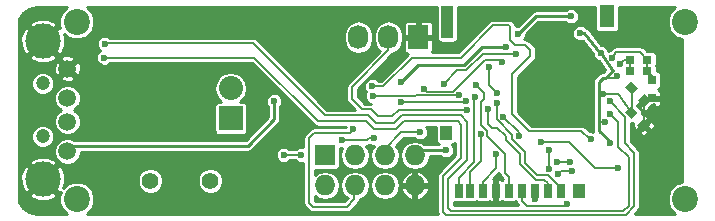
<source format=gbl>
G04 #@! TF.FileFunction,Copper,L2,Bot,Signal*
%FSLAX46Y46*%
G04 Gerber Fmt 4.6, Leading zero omitted, Abs format (unit mm)*
G04 Created by KiCad (PCBNEW (2015-11-24 BZR 6329)-product) date Sat 01 Oct 2016 01:52:16 AM EDT*
%MOMM*%
G01*
G04 APERTURE LIST*
%ADD10C,0.100000*%
%ADD11R,0.700000X1.200000*%
%ADD12R,1.000000X2.800000*%
%ADD13R,1.300000X1.900000*%
%ADD14R,1.100000X1.200000*%
%ADD15R,1.000000X1.200000*%
%ADD16R,1.727200X1.727200*%
%ADD17O,1.727200X1.727200*%
%ADD18C,2.200000*%
%ADD19C,1.501140*%
%ADD20C,2.999740*%
%ADD21C,1.200000*%
%ADD22R,2.032000X2.032000*%
%ADD23O,2.032000X2.032000*%
%ADD24R,1.727200X2.032000*%
%ADD25O,1.727200X2.032000*%
%ADD26C,1.422400*%
%ADD27R,0.750000X0.800000*%
%ADD28R,0.800000X0.750000*%
%ADD29C,0.600000*%
%ADD30C,0.250000*%
%ADD31C,0.200000*%
%ADD32C,0.700000*%
%ADD33C,0.254000*%
G04 APERTURE END LIST*
D10*
D11*
X161870000Y-112774000D03*
D12*
X158870000Y-98474000D03*
D13*
X172370000Y-98024000D03*
D11*
X160770000Y-112774000D03*
X162970000Y-112774000D03*
X164070000Y-112774000D03*
X165170000Y-112774000D03*
X166270000Y-112774000D03*
X167370000Y-112774000D03*
X168470000Y-112774000D03*
D14*
X170020000Y-112774000D03*
D11*
X159820000Y-112774000D03*
D15*
X158770000Y-107874000D03*
D16*
X148500000Y-109800000D03*
D17*
X148500000Y-112340000D03*
X151040000Y-109800000D03*
X151040000Y-112340000D03*
X153580000Y-109800000D03*
X153580000Y-112340000D03*
X156120000Y-109800000D03*
X156120000Y-112340000D03*
D18*
X179000000Y-98500000D03*
X179000000Y-113500000D03*
X127500000Y-113500000D03*
X127500000Y-98500000D03*
D19*
X126700000Y-102450000D03*
X126700000Y-104950000D03*
X126700000Y-106960000D03*
X126700000Y-109450000D03*
D20*
X124600000Y-100100000D03*
X124600000Y-111800000D03*
D21*
X124600000Y-103700000D03*
X124600000Y-108200000D03*
D22*
X140525000Y-106675000D03*
D23*
X140525000Y-104135000D03*
D24*
X156400000Y-99800000D03*
D25*
X153860000Y-99800000D03*
X151320000Y-99800000D03*
D26*
X138800000Y-111950000D03*
X133720000Y-111950000D03*
D10*
G36*
X173921662Y-104051992D02*
X174451992Y-103521662D01*
X175017678Y-104087348D01*
X174487348Y-104617678D01*
X173921662Y-104051992D01*
X173921662Y-104051992D01*
G37*
G36*
X174982322Y-105112652D02*
X175512652Y-104582322D01*
X176078338Y-105148008D01*
X175548008Y-105678338D01*
X174982322Y-105112652D01*
X174982322Y-105112652D01*
G37*
D27*
X176200000Y-104950000D03*
X176200000Y-103450000D03*
D10*
G36*
X173871662Y-106151992D02*
X174401992Y-105621662D01*
X174967678Y-106187348D01*
X174437348Y-106717678D01*
X173871662Y-106151992D01*
X173871662Y-106151992D01*
G37*
G36*
X174932322Y-107212652D02*
X175462652Y-106682322D01*
X176028338Y-107248008D01*
X175498008Y-107778338D01*
X174932322Y-107212652D01*
X174932322Y-107212652D01*
G37*
D28*
X174300000Y-101700000D03*
X175800000Y-101700000D03*
X174300000Y-102650000D03*
X175800000Y-102650000D03*
D29*
X144200000Y-105200000D03*
X144950000Y-99850000D03*
X160350000Y-113950000D03*
X167493750Y-105206250D03*
X168606250Y-105206250D03*
X168606250Y-104093750D03*
X167493750Y-104093750D03*
X167493750Y-106318750D03*
X168606250Y-106318750D03*
X168606250Y-102981250D03*
X167493750Y-102981250D03*
X166381250Y-106318750D03*
X166381250Y-105206250D03*
X166381250Y-104093750D03*
X166381250Y-102981250D03*
X169718750Y-106318750D03*
X169718750Y-105206250D03*
X169718750Y-104093750D03*
X169718750Y-102981250D03*
X166300000Y-113500000D03*
X174730000Y-97880000D03*
X166770000Y-98900000D03*
X174600000Y-107575000D03*
X175900000Y-109625000D03*
X173200000Y-103100000D03*
X169000000Y-113950000D03*
X158750000Y-109350000D03*
X163100000Y-104550000D03*
X172050000Y-104600000D03*
X171850000Y-101150000D03*
X162350000Y-102350000D03*
X172650000Y-108750000D03*
X170110000Y-99450000D03*
X169330000Y-98030000D03*
X164870000Y-99510000D03*
X172250000Y-107000000D03*
X129850000Y-100350000D03*
X172650000Y-106300000D03*
X172600000Y-105200000D03*
X129800000Y-101525000D03*
X177010000Y-107600000D03*
X173300000Y-110900000D03*
X166800000Y-108700000D03*
X167500000Y-109370000D03*
X167500000Y-110950000D03*
X169250000Y-110400000D03*
X168150000Y-110400000D03*
X169450000Y-111100000D03*
X168200000Y-111350000D03*
X172800000Y-101550000D03*
X173450000Y-102100000D03*
X163000000Y-109700000D03*
X164900000Y-108200000D03*
X163600000Y-106550000D03*
X161700000Y-108000000D03*
X161250000Y-103800000D03*
X162300000Y-105900000D03*
X163050000Y-105350000D03*
X171000000Y-108450000D03*
X146500000Y-109750000D03*
X145000000Y-109750000D03*
X152500000Y-103950000D03*
X156900000Y-104150000D03*
X152650000Y-108300000D03*
X149950000Y-108500000D03*
X163500000Y-101900000D03*
X163800000Y-100600000D03*
X154900000Y-103600000D03*
X150900000Y-107600000D03*
X159850000Y-104700000D03*
X152550000Y-104750000D03*
X164700000Y-101200000D03*
X158550000Y-103750000D03*
X156550000Y-107850000D03*
X154900000Y-105300000D03*
X160450000Y-105200000D03*
X160550000Y-105950000D03*
X161200000Y-104850000D03*
D30*
X144200000Y-105200000D02*
X144200000Y-106752000D01*
X141986000Y-108966000D02*
X127184000Y-108966000D01*
X144200000Y-106752000D02*
X141986000Y-108966000D01*
X127184000Y-108966000D02*
X126700000Y-109450000D01*
X126850000Y-109600000D02*
X126700000Y-109450000D01*
D31*
X176200000Y-104950000D02*
X175950000Y-104950000D01*
X175950000Y-104950000D02*
X175530330Y-105130330D01*
X175530330Y-105130330D02*
X175530330Y-107180330D01*
X175530330Y-107180330D02*
X175480330Y-107230330D01*
X162970000Y-112774000D02*
X162970000Y-113970000D01*
X160450000Y-114050000D02*
X160350000Y-113950000D01*
X162890000Y-114050000D02*
X160450000Y-114050000D01*
X162970000Y-113970000D02*
X162890000Y-114050000D01*
X167493750Y-105206250D02*
X167500000Y-105200000D01*
X168606250Y-105206250D02*
X168600000Y-105200000D01*
X168606250Y-104093750D02*
X168600000Y-104100000D01*
X167493750Y-104093750D02*
X167500000Y-104100000D01*
X167500000Y-106312500D02*
X167500000Y-106300000D01*
X167493750Y-106318750D02*
X167500000Y-106312500D01*
X168600000Y-106325000D02*
X168600000Y-106350000D01*
X168606250Y-106318750D02*
X168600000Y-106325000D01*
X168600000Y-102975000D02*
X168600000Y-102950000D01*
X168606250Y-102981250D02*
X168600000Y-102975000D01*
X167500000Y-102975000D02*
X167500000Y-102950000D01*
X167493750Y-102981250D02*
X167500000Y-102975000D01*
X166381250Y-106318750D02*
X166400000Y-106300000D01*
X166400000Y-106300000D02*
X166350000Y-106300000D01*
X166350000Y-106300000D02*
X166400000Y-106350000D01*
X166381250Y-105206250D02*
X166375000Y-105200000D01*
X166375000Y-105200000D02*
X166350000Y-105200000D01*
X166381250Y-104093750D02*
X166375000Y-104100000D01*
X166375000Y-104100000D02*
X166350000Y-104100000D01*
X166381250Y-102981250D02*
X166400000Y-102962500D01*
X166400000Y-102962500D02*
X166400000Y-102950000D01*
X169718750Y-106318750D02*
X169700000Y-106300000D01*
X169718750Y-105206250D02*
X169712500Y-105200000D01*
X169712500Y-105200000D02*
X169700000Y-105200000D01*
X169718750Y-104093750D02*
X169712500Y-104100000D01*
X169712500Y-104100000D02*
X169700000Y-104100000D01*
X169718750Y-102981250D02*
X169737500Y-103000000D01*
X169737500Y-103000000D02*
X169750000Y-103000000D01*
X162970000Y-112774000D02*
X162970000Y-112180000D01*
X162970000Y-112180000D02*
X163150000Y-112000000D01*
X166270000Y-112774000D02*
X166270000Y-113470000D01*
X166270000Y-113470000D02*
X166300000Y-113500000D01*
D30*
X162970000Y-112774000D02*
X163050000Y-112694000D01*
X166770000Y-98900000D02*
X166750000Y-98900000D01*
X174600000Y-107575000D02*
X174600000Y-108325000D01*
X174600000Y-108325000D02*
X175900000Y-109625000D01*
D31*
X174469670Y-104069670D02*
X174469670Y-106119670D01*
X174469670Y-106119670D02*
X174419670Y-106169670D01*
X174419670Y-106119670D02*
X173419670Y-104719670D01*
X173300000Y-104600000D02*
X172050000Y-104600000D01*
X173419670Y-104719670D02*
X173300000Y-104600000D01*
X174419670Y-106119670D02*
X174419670Y-106169670D01*
X173200000Y-103100000D02*
X173050000Y-103250000D01*
X173050000Y-103250000D02*
X172000000Y-103250000D01*
X165170000Y-112774000D02*
X165170000Y-113670000D01*
X168850000Y-114100000D02*
X169000000Y-113950000D01*
X165600000Y-114100000D02*
X168850000Y-114100000D01*
X165170000Y-113670000D02*
X165600000Y-114100000D01*
X162350000Y-102350000D02*
X162350000Y-103800000D01*
X162350000Y-103800000D02*
X163100000Y-104550000D01*
X163100000Y-104550000D02*
X162950000Y-104400000D01*
X162400000Y-102350000D02*
X162350000Y-102350000D01*
X172050000Y-104600000D02*
X171900000Y-104450000D01*
X171900000Y-104450000D02*
X171700000Y-104450000D01*
X162200000Y-102350000D02*
X162350000Y-102350000D01*
D30*
X171700000Y-106300000D02*
X171700000Y-107000000D01*
X171700000Y-107000000D02*
X171700000Y-107700000D01*
X171700000Y-107700000D02*
X172750000Y-108650000D01*
X172250000Y-103250000D02*
X172000000Y-103250000D01*
X172000000Y-103250000D02*
X171700000Y-103550000D01*
X171700000Y-103550000D02*
X171700000Y-104450000D01*
X171700000Y-104450000D02*
X171700000Y-106300000D01*
X172870000Y-102630000D02*
X172250000Y-103250000D01*
X171850000Y-101150000D02*
X172870000Y-102630000D01*
X172750000Y-108650000D02*
X172650000Y-108750000D01*
X171850000Y-101150000D02*
X171790000Y-101150000D01*
X170440000Y-99450000D02*
X170110000Y-99450000D01*
X171790000Y-101150000D02*
X170440000Y-99450000D01*
X166350000Y-98030000D02*
X169330000Y-98030000D01*
X164870000Y-99510000D02*
X166350000Y-98030000D01*
X158750000Y-109350000D02*
X156570000Y-109350000D01*
X156570000Y-109350000D02*
X156120000Y-109800000D01*
X158750000Y-109350000D02*
X158650000Y-109450000D01*
D31*
X171700000Y-107000000D02*
X172250000Y-107000000D01*
X155194000Y-106400000D02*
X159994000Y-106400000D01*
X142412500Y-100312500D02*
X129887500Y-100312500D01*
X129887500Y-100312500D02*
X129850000Y-100350000D01*
X152100000Y-106400000D02*
X152175000Y-106400000D01*
X152175000Y-106400000D02*
X152850000Y-107075000D01*
X152850000Y-107075000D02*
X154325000Y-107075000D01*
X154325000Y-107075000D02*
X155000000Y-106400000D01*
X155000000Y-106400000D02*
X155194000Y-106400000D01*
X148500000Y-106400000D02*
X152100000Y-106400000D01*
X142412500Y-100312500D02*
X148500000Y-106400000D01*
X142400000Y-100300000D02*
X142412500Y-100312500D01*
X155194000Y-106400000D02*
X155225000Y-106400000D01*
X158946002Y-111760000D02*
X158950000Y-114250000D01*
X158950000Y-114250000D02*
X159200002Y-114500000D01*
X159200002Y-114500000D02*
X173741998Y-114500000D01*
X173741998Y-114500000D02*
X174200000Y-114050000D01*
X174200000Y-114050000D02*
X174200000Y-109900000D01*
X172650000Y-106300000D02*
X173350000Y-106975000D01*
X173350000Y-109050000D02*
X174200000Y-109900000D01*
X173350000Y-106975000D02*
X173350000Y-109050000D01*
X160528000Y-110178002D02*
X158946002Y-111760000D01*
X160528000Y-106934000D02*
X160528000Y-110178002D01*
X159994000Y-106400000D02*
X160528000Y-106934000D01*
X155180000Y-106920000D02*
X159752000Y-106920000D01*
X172600000Y-105200000D02*
X173900000Y-106525000D01*
X173900000Y-108775000D02*
X174700000Y-109575000D01*
X173900000Y-106525000D02*
X173900000Y-108775000D01*
X174700000Y-114098000D02*
X174700000Y-109575000D01*
X173990000Y-114808000D02*
X174700000Y-114098000D01*
X158750000Y-114808000D02*
X173990000Y-114808000D01*
X158496000Y-114554000D02*
X158750000Y-114808000D01*
X158496000Y-111506000D02*
X158496000Y-114554000D01*
X160020000Y-109982000D02*
X158496000Y-111506000D01*
X160020000Y-107188000D02*
X160020000Y-109982000D01*
X159752000Y-106920000D02*
X160020000Y-107188000D01*
X148100000Y-106900000D02*
X147900000Y-106900000D01*
X151975000Y-106900000D02*
X148100000Y-106900000D01*
X147900000Y-106900000D02*
X142525000Y-101525000D01*
X142525000Y-101525000D02*
X129800000Y-101525000D01*
X155200000Y-106900000D02*
X155180000Y-106920000D01*
X155180000Y-106920000D02*
X154525000Y-107575000D01*
X154525000Y-107575000D02*
X152650000Y-107575000D01*
X152650000Y-107575000D02*
X151975000Y-106900000D01*
X152025000Y-106900000D02*
X151975000Y-106900000D01*
D32*
X177010000Y-107600000D02*
X177000000Y-107600000D01*
D31*
X173300000Y-110900000D02*
X171350000Y-110900000D01*
X171350000Y-110900000D02*
X169150000Y-108700000D01*
X169150000Y-108700000D02*
X166800000Y-108700000D01*
X167500000Y-109370000D02*
X167500000Y-110950000D01*
X169250000Y-110400000D02*
X168150000Y-110400000D01*
X169250000Y-110400000D02*
X169250000Y-110400000D01*
X169450000Y-111100000D02*
X168450000Y-111100000D01*
X168450000Y-111100000D02*
X168200000Y-111350000D01*
X176200000Y-103450000D02*
X176200000Y-103050000D01*
X176200000Y-103050000D02*
X175800000Y-102650000D01*
X174750000Y-101050000D02*
X175200000Y-101050000D01*
X174750000Y-101050000D02*
X173150000Y-101050000D01*
X173150000Y-101050000D02*
X172800000Y-101550000D01*
X175200000Y-101050000D02*
X175800000Y-101700000D01*
X176200000Y-103400000D02*
X175800000Y-102650000D01*
X175800000Y-102650000D02*
X175800000Y-101700000D01*
X175800000Y-101700000D02*
X175800000Y-101900000D01*
X174300000Y-101700000D02*
X173850000Y-101700000D01*
X173850000Y-101700000D02*
X173450000Y-102100000D01*
X174300000Y-102650000D02*
X174300000Y-101700000D01*
X161870000Y-112774000D02*
X161870000Y-112030000D01*
X163000000Y-110900000D02*
X163000000Y-109700000D01*
X161870000Y-112030000D02*
X163000000Y-110900000D01*
X164900000Y-108200000D02*
X164900000Y-107850000D01*
X164900000Y-107850000D02*
X163600000Y-106550000D01*
D30*
X161798000Y-112702000D02*
X161870000Y-112774000D01*
D31*
X160770000Y-111580000D02*
X160770000Y-111230000D01*
X160770000Y-112774000D02*
X160770000Y-111580000D01*
X161700000Y-110300000D02*
X161700000Y-108000000D01*
X160770000Y-111230000D02*
X161700000Y-110300000D01*
X161700000Y-105250000D02*
X161950000Y-105000000D01*
X161200000Y-103850000D02*
X161250000Y-103800000D01*
X161700000Y-107200000D02*
X161700000Y-105250000D01*
X161950000Y-104500000D02*
X161250000Y-103800000D01*
X161950000Y-105000000D02*
X161950000Y-104500000D01*
X162250000Y-107750000D02*
X161700000Y-107200000D01*
X164070000Y-111620000D02*
X163750000Y-111300000D01*
X163750000Y-111300000D02*
X163750000Y-109700000D01*
X163750000Y-109700000D02*
X162800000Y-108750000D01*
X164070000Y-111620000D02*
X164070000Y-112774000D01*
X162250000Y-108200000D02*
X162800000Y-108750000D01*
X162250000Y-108200000D02*
X162250000Y-107750000D01*
X163074779Y-107471682D02*
X163053097Y-107450000D01*
X167370000Y-112170000D02*
X167050000Y-111850000D01*
X167050000Y-111850000D02*
X166350000Y-111850000D01*
X166350000Y-111850000D02*
X165050000Y-110550000D01*
X167370000Y-112774000D02*
X167370000Y-112170000D01*
X165050000Y-109700000D02*
X165050000Y-110550000D01*
X163850000Y-108500000D02*
X165050000Y-109700000D01*
X163850000Y-108150000D02*
X163850000Y-108500000D01*
X163074779Y-107471682D02*
X163850000Y-108150000D01*
X163053097Y-107450000D02*
X162650000Y-107450000D01*
X162671682Y-107471682D02*
X162650000Y-107450000D01*
X162650000Y-107450000D02*
X162300000Y-107100000D01*
X162300000Y-107100000D02*
X162300000Y-105900000D01*
X165598305Y-110649971D02*
X165400000Y-110451666D01*
X166450000Y-111500000D02*
X165598305Y-110649971D01*
X167400000Y-111500000D02*
X166450000Y-111500000D01*
X168470000Y-112570000D02*
X167400000Y-111500000D01*
X164350000Y-108450000D02*
X164350000Y-108050000D01*
X165400000Y-109500000D02*
X164350000Y-108450000D01*
X165400000Y-110451666D02*
X165400000Y-109500000D01*
X163050000Y-106550000D02*
X163050000Y-105350000D01*
X163050000Y-106550000D02*
X163050000Y-106750000D01*
X163050000Y-106750000D02*
X164350000Y-108050000D01*
X168470000Y-112774000D02*
X168470000Y-112570000D01*
X152850000Y-103950000D02*
X152500000Y-103950000D01*
X164600000Y-100450000D02*
X164200000Y-100050000D01*
X164200000Y-100050000D02*
X164200000Y-98950000D01*
X164200000Y-98950000D02*
X164050000Y-98800000D01*
X164050000Y-98800000D02*
X162750000Y-98800000D01*
X162750000Y-98800000D02*
X160000000Y-101550000D01*
X160000000Y-101550000D02*
X155850000Y-101550000D01*
X155850000Y-101550000D02*
X153450000Y-103950000D01*
X153450000Y-103950000D02*
X152850000Y-103950000D01*
X165900000Y-100900000D02*
X165450000Y-100450000D01*
X165900000Y-101400000D02*
X165900000Y-100900000D01*
X164350000Y-102950000D02*
X165900000Y-101400000D01*
X164350000Y-106300000D02*
X164350000Y-102950000D01*
X165800000Y-107750000D02*
X164350000Y-106300000D01*
X170200000Y-107750000D02*
X165800000Y-107750000D01*
X170900000Y-108450000D02*
X170200000Y-107750000D01*
X171000000Y-108450000D02*
X170900000Y-108450000D01*
X165450000Y-100450000D02*
X164600000Y-100450000D01*
X145000000Y-109750000D02*
X146500000Y-109750000D01*
X160750000Y-103000000D02*
X162050000Y-101700000D01*
X156900000Y-104150000D02*
X157150000Y-104400000D01*
X157150000Y-104400000D02*
X159350000Y-104400000D01*
X159350000Y-104400000D02*
X160750000Y-103000000D01*
X152250000Y-108300000D02*
X152650000Y-108300000D01*
X152050000Y-108500000D02*
X152250000Y-108300000D01*
X149950000Y-108500000D02*
X152050000Y-108500000D01*
X163300000Y-101700000D02*
X163500000Y-101900000D01*
X162050000Y-101700000D02*
X163300000Y-101700000D01*
D30*
X161800000Y-100600000D02*
X160232000Y-102150000D01*
X160232000Y-102150000D02*
X157900000Y-102150000D01*
X156350000Y-102150000D02*
X157900000Y-102150000D01*
X154900000Y-103600000D02*
X156350000Y-102150000D01*
X163800000Y-100600000D02*
X161800000Y-100600000D01*
D31*
X150900000Y-107600000D02*
X150600000Y-107900000D01*
X148350000Y-114150000D02*
X147450000Y-114150000D01*
X151040000Y-112340000D02*
X150990000Y-113510000D01*
X150350000Y-114150000D02*
X150990000Y-113510000D01*
X148350000Y-114150000D02*
X150350000Y-114150000D01*
X147150000Y-108350000D02*
X147150000Y-113500000D01*
X150600000Y-107900000D02*
X148350000Y-107900000D01*
X147150000Y-113850000D02*
X147150000Y-113500000D01*
X147450000Y-114150000D02*
X147150000Y-113850000D01*
X147600000Y-107900000D02*
X147150000Y-108350000D01*
X148350000Y-107900000D02*
X147600000Y-107900000D01*
X159850000Y-104700000D02*
X159825000Y-104725000D01*
X159825000Y-104725000D02*
X152550000Y-104750000D01*
X161850000Y-101200000D02*
X164700000Y-101200000D01*
X160450000Y-102600000D02*
X161850000Y-101200000D01*
X159700000Y-102600000D02*
X160450000Y-102600000D01*
X158550000Y-103750000D02*
X159700000Y-102600000D01*
X154950000Y-107850000D02*
X156550000Y-107850000D01*
X154950000Y-107850000D02*
X153580000Y-109220000D01*
X153580000Y-109800000D02*
X153580000Y-109220000D01*
X160350000Y-105300000D02*
X154900000Y-105300000D01*
X160350000Y-105300000D02*
X160450000Y-105200000D01*
X160450000Y-105200000D02*
X160350000Y-105300000D01*
X160550000Y-105950000D02*
X160535000Y-105935000D01*
X160535000Y-105935000D02*
X160535000Y-105925000D01*
X152375000Y-105900000D02*
X152975000Y-106500000D01*
X151675000Y-105900000D02*
X152375000Y-105900000D01*
X150775000Y-105000000D02*
X151675000Y-105900000D01*
X150775000Y-104000000D02*
X150775000Y-105000000D01*
X153860000Y-100915000D02*
X150775000Y-104000000D01*
X153860000Y-99800000D02*
X153860000Y-100915000D01*
X152975000Y-106500000D02*
X154200000Y-106500000D01*
X154200000Y-106500000D02*
X154775000Y-105925000D01*
X154775000Y-105925000D02*
X160535000Y-105925000D01*
X161150000Y-107850000D02*
X161150000Y-104900000D01*
X159820000Y-111730000D02*
X159820000Y-112774000D01*
X161150000Y-110400000D02*
X161150000Y-107850000D01*
X159820000Y-111730000D02*
X161150000Y-110400000D01*
X161150000Y-104900000D02*
X161200000Y-104850000D01*
D33*
G36*
X126245201Y-97659985D02*
X126019257Y-98204118D01*
X126018743Y-98793297D01*
X126101085Y-98992579D01*
X125975350Y-98904256D01*
X124779605Y-100100000D01*
X125975350Y-101295744D01*
X126222709Y-101121986D01*
X126490285Y-100423209D01*
X126470082Y-99675225D01*
X126391736Y-99486081D01*
X126659985Y-99754799D01*
X127204118Y-99980743D01*
X127793297Y-99981257D01*
X128337823Y-99756263D01*
X128474092Y-99620231D01*
X150075400Y-99620231D01*
X150075400Y-99979769D01*
X150170140Y-100456057D01*
X150439935Y-100859834D01*
X150843712Y-101129629D01*
X151320000Y-101224369D01*
X151796288Y-101129629D01*
X152200065Y-100859834D01*
X152469860Y-100456057D01*
X152564600Y-99979769D01*
X152564600Y-99620231D01*
X152469860Y-99143943D01*
X152200065Y-98740166D01*
X151796288Y-98470371D01*
X151320000Y-98375631D01*
X150843712Y-98470371D01*
X150439935Y-98740166D01*
X150170140Y-99143943D01*
X150075400Y-99620231D01*
X128474092Y-99620231D01*
X128754799Y-99340015D01*
X128980743Y-98795882D01*
X128981257Y-98206703D01*
X128756263Y-97662177D01*
X128350795Y-97256000D01*
X157981536Y-97256000D01*
X157981536Y-99874000D01*
X158008103Y-100015190D01*
X158091546Y-100144865D01*
X158218866Y-100231859D01*
X158370000Y-100262464D01*
X159370000Y-100262464D01*
X159511190Y-100235897D01*
X159640865Y-100152454D01*
X159727859Y-100025134D01*
X159758464Y-99874000D01*
X159758464Y-97256000D01*
X171331536Y-97256000D01*
X171331536Y-98974000D01*
X171358103Y-99115190D01*
X171441546Y-99244865D01*
X171568866Y-99331859D01*
X171720000Y-99362464D01*
X173020000Y-99362464D01*
X173161190Y-99335897D01*
X173290865Y-99252454D01*
X173377859Y-99125134D01*
X173408464Y-98974000D01*
X173408464Y-97256000D01*
X178149893Y-97256000D01*
X177745201Y-97659985D01*
X177519257Y-98204118D01*
X177518743Y-98793297D01*
X177743737Y-99337823D01*
X178159985Y-99754799D01*
X178704118Y-99980743D01*
X178751000Y-99980784D01*
X178751000Y-112018782D01*
X178706703Y-112018743D01*
X178162177Y-112243737D01*
X177745201Y-112659985D01*
X177519257Y-113204118D01*
X177518743Y-113793297D01*
X177743737Y-114337823D01*
X178149205Y-114744000D01*
X174734237Y-114744000D01*
X175040119Y-114438118D01*
X175106001Y-114339518D01*
X175144386Y-114282071D01*
X175181000Y-114098000D01*
X175181000Y-109575000D01*
X175144386Y-109390929D01*
X175040118Y-109234882D01*
X174381000Y-108575764D01*
X174381000Y-107787353D01*
X175102912Y-107787353D01*
X175102912Y-107922057D01*
X175282189Y-108101334D01*
X175422223Y-108159338D01*
X175573793Y-108159337D01*
X175713827Y-108101334D01*
X175875426Y-107939735D01*
X175875426Y-107805031D01*
X175480330Y-107409935D01*
X175102912Y-107787353D01*
X174381000Y-107787353D01*
X174381000Y-107095046D01*
X174431981Y-107106105D01*
X174575229Y-107079151D01*
X174551323Y-107136867D01*
X174551322Y-107288437D01*
X174609326Y-107428471D01*
X174788603Y-107607748D01*
X174923307Y-107607748D01*
X175300725Y-107230330D01*
X175659935Y-107230330D01*
X176055031Y-107625426D01*
X176189735Y-107625426D01*
X176351334Y-107463827D01*
X176409337Y-107323793D01*
X176409338Y-107172223D01*
X176351334Y-107032189D01*
X176172057Y-106852912D01*
X176037353Y-106852912D01*
X175659935Y-107230330D01*
X175300725Y-107230330D01*
X175286583Y-107216188D01*
X175466188Y-107036583D01*
X175480330Y-107050725D01*
X175857748Y-106673307D01*
X175857748Y-106538603D01*
X175678471Y-106359326D01*
X175538437Y-106301322D01*
X175386867Y-106301323D01*
X175327181Y-106326045D01*
X175356105Y-106192715D01*
X175327590Y-106041172D01*
X175242364Y-105912662D01*
X174950670Y-105620968D01*
X174950670Y-105507748D01*
X174973307Y-105507748D01*
X175350725Y-105130330D01*
X175336583Y-105116188D01*
X175516188Y-104936583D01*
X175530330Y-104950725D01*
X175544473Y-104936583D01*
X175684890Y-105077000D01*
X175539250Y-105077000D01*
X175444000Y-105172250D01*
X175444000Y-105396265D01*
X175152912Y-105687353D01*
X175152912Y-105822057D01*
X175332189Y-106001334D01*
X175472223Y-106059338D01*
X175623793Y-106059337D01*
X175763827Y-106001334D01*
X175925426Y-105839735D01*
X175925426Y-105731000D01*
X175977750Y-105731000D01*
X176073000Y-105635750D01*
X176073000Y-105493395D01*
X176105031Y-105525426D01*
X176239735Y-105525426D01*
X176327000Y-105438161D01*
X176327000Y-105635750D01*
X176422250Y-105731000D01*
X176650785Y-105731000D01*
X176790819Y-105672996D01*
X176897996Y-105565820D01*
X176956000Y-105425786D01*
X176956000Y-105172250D01*
X176860750Y-105077000D01*
X176459338Y-105077000D01*
X176459338Y-105072223D01*
X176401334Y-104932189D01*
X176272145Y-104803000D01*
X176327000Y-104803000D01*
X176327000Y-104823000D01*
X176860750Y-104823000D01*
X176956000Y-104727750D01*
X176956000Y-104474214D01*
X176897996Y-104334180D01*
X176790819Y-104227004D01*
X176731133Y-104202281D01*
X176845865Y-104128454D01*
X176932859Y-104001134D01*
X176963464Y-103850000D01*
X176963464Y-103050000D01*
X176936897Y-102908810D01*
X176853454Y-102779135D01*
X176726134Y-102692141D01*
X176588464Y-102664262D01*
X176588464Y-102275000D01*
X176568957Y-102171330D01*
X176588464Y-102075000D01*
X176588464Y-101325000D01*
X176561897Y-101183810D01*
X176478454Y-101054135D01*
X176351134Y-100967141D01*
X176200000Y-100936536D01*
X175749861Y-100936536D01*
X175553440Y-100723747D01*
X175545543Y-100718001D01*
X175540118Y-100709882D01*
X175469941Y-100662991D01*
X175401685Y-100613326D01*
X175392191Y-100611040D01*
X175384071Y-100605614D01*
X175301278Y-100589145D01*
X175219225Y-100569385D01*
X175209580Y-100570906D01*
X175200000Y-100569000D01*
X173150000Y-100569000D01*
X173108606Y-100577234D01*
X173066409Y-100576319D01*
X173017450Y-100595366D01*
X172965929Y-100605614D01*
X172930838Y-100629061D01*
X172891503Y-100644364D01*
X172853559Y-100680698D01*
X172809882Y-100709882D01*
X172786435Y-100744973D01*
X172755950Y-100774164D01*
X172689632Y-100868903D01*
X172665135Y-100868882D01*
X172499044Y-100937509D01*
X172427661Y-100764748D01*
X172236259Y-100573013D01*
X171986054Y-100469118D01*
X171895378Y-100469039D01*
X170836254Y-99135328D01*
X170814004Y-99116461D01*
X170797796Y-99092204D01*
X170739313Y-99053127D01*
X170685671Y-99007641D01*
X170657895Y-98998725D01*
X170633638Y-98982517D01*
X170598619Y-98975551D01*
X170496259Y-98873013D01*
X170246054Y-98769118D01*
X169975135Y-98768882D01*
X169724748Y-98872339D01*
X169533013Y-99063741D01*
X169429118Y-99313946D01*
X169428882Y-99584865D01*
X169532339Y-99835252D01*
X169723741Y-100026987D01*
X169973946Y-100130882D01*
X170244865Y-100131118D01*
X170312541Y-100103155D01*
X171168972Y-101181623D01*
X171168882Y-101284865D01*
X171272339Y-101535252D01*
X171463741Y-101726987D01*
X171701029Y-101825519D01*
X172214236Y-102570172D01*
X172040408Y-102744000D01*
X172000000Y-102744000D01*
X171806362Y-102782517D01*
X171642204Y-102892204D01*
X171342204Y-103192204D01*
X171232517Y-103356362D01*
X171194000Y-103550000D01*
X171194000Y-107700000D01*
X171196502Y-107712578D01*
X171194631Y-107725268D01*
X171213769Y-107801388D01*
X171136054Y-107769118D01*
X170899148Y-107768912D01*
X170540118Y-107409882D01*
X170384071Y-107305614D01*
X170200000Y-107269000D01*
X165999237Y-107269000D01*
X164831000Y-106100764D01*
X164831000Y-103149236D01*
X166240118Y-101740118D01*
X166344386Y-101584071D01*
X166353896Y-101536259D01*
X166381000Y-101400000D01*
X166381000Y-100900000D01*
X166344386Y-100715929D01*
X166240118Y-100559882D01*
X165790118Y-100109882D01*
X165634071Y-100005614D01*
X165450000Y-99969000D01*
X165374119Y-99969000D01*
X165446987Y-99896259D01*
X165550882Y-99646054D01*
X165550970Y-99544622D01*
X166559592Y-98536000D01*
X168872877Y-98536000D01*
X168943741Y-98606987D01*
X169193946Y-98710882D01*
X169464865Y-98711118D01*
X169715252Y-98607661D01*
X169906987Y-98416259D01*
X170010882Y-98166054D01*
X170011118Y-97895135D01*
X169907661Y-97644748D01*
X169716259Y-97453013D01*
X169466054Y-97349118D01*
X169195135Y-97348882D01*
X168944748Y-97452339D01*
X168872962Y-97524000D01*
X166350000Y-97524000D01*
X166156362Y-97562517D01*
X165992204Y-97672204D01*
X164835439Y-98828969D01*
X164735135Y-98828882D01*
X164662849Y-98858750D01*
X164644386Y-98765929D01*
X164540118Y-98609882D01*
X164390118Y-98459882D01*
X164234071Y-98355614D01*
X164050000Y-98319000D01*
X162750000Y-98319000D01*
X162565929Y-98355614D01*
X162409881Y-98459882D01*
X159800764Y-101069000D01*
X157549415Y-101069000D01*
X157586596Y-101031819D01*
X157644600Y-100891785D01*
X157644600Y-100022250D01*
X157549350Y-99927000D01*
X156527000Y-99927000D01*
X156527000Y-99947000D01*
X156273000Y-99947000D01*
X156273000Y-99927000D01*
X155250650Y-99927000D01*
X155155400Y-100022250D01*
X155155400Y-100891785D01*
X155213404Y-101031819D01*
X155320580Y-101138996D01*
X155460614Y-101197000D01*
X155529160Y-101197000D01*
X155509882Y-101209881D01*
X153250764Y-103469000D01*
X152982079Y-103469000D01*
X152886259Y-103373013D01*
X152636054Y-103269118D01*
X152365135Y-103268882D01*
X152114748Y-103372339D01*
X151923013Y-103563741D01*
X151819118Y-103813946D01*
X151818882Y-104084865D01*
X151922339Y-104335252D01*
X151966481Y-104379471D01*
X151869118Y-104613946D01*
X151868882Y-104884865D01*
X151972339Y-105135252D01*
X152163741Y-105326987D01*
X152394831Y-105422945D01*
X152375000Y-105419000D01*
X151874237Y-105419000D01*
X151256000Y-104800764D01*
X151256000Y-104199236D01*
X154200118Y-101255118D01*
X154220664Y-101224369D01*
X154275948Y-101141631D01*
X154336288Y-101129629D01*
X154740065Y-100859834D01*
X155009860Y-100456057D01*
X155104600Y-99979769D01*
X155104600Y-99620231D01*
X155009860Y-99143943D01*
X154740065Y-98740166D01*
X154692247Y-98708215D01*
X155155400Y-98708215D01*
X155155400Y-99577750D01*
X155250650Y-99673000D01*
X156273000Y-99673000D01*
X156273000Y-98498250D01*
X156527000Y-98498250D01*
X156527000Y-99673000D01*
X157549350Y-99673000D01*
X157644600Y-99577750D01*
X157644600Y-98708215D01*
X157586596Y-98568181D01*
X157479420Y-98461004D01*
X157339386Y-98403000D01*
X156622250Y-98403000D01*
X156527000Y-98498250D01*
X156273000Y-98498250D01*
X156177750Y-98403000D01*
X155460614Y-98403000D01*
X155320580Y-98461004D01*
X155213404Y-98568181D01*
X155155400Y-98708215D01*
X154692247Y-98708215D01*
X154336288Y-98470371D01*
X153860000Y-98375631D01*
X153383712Y-98470371D01*
X152979935Y-98740166D01*
X152710140Y-99143943D01*
X152615400Y-99620231D01*
X152615400Y-99979769D01*
X152710140Y-100456057D01*
X152979935Y-100859834D01*
X153132793Y-100961971D01*
X150434882Y-103659882D01*
X150330614Y-103815929D01*
X150294000Y-104000000D01*
X150294000Y-105000000D01*
X150321104Y-105136259D01*
X150330614Y-105184071D01*
X150434882Y-105340118D01*
X151013763Y-105919000D01*
X148699236Y-105919000D01*
X142752621Y-99972385D01*
X142752619Y-99972382D01*
X142740118Y-99959882D01*
X142584071Y-99855614D01*
X142400000Y-99819001D01*
X142337162Y-99831500D01*
X130294644Y-99831500D01*
X130236259Y-99773013D01*
X129986054Y-99669118D01*
X129715135Y-99668882D01*
X129464748Y-99772339D01*
X129273013Y-99963741D01*
X129169118Y-100213946D01*
X129168882Y-100484865D01*
X129272339Y-100735252D01*
X129463741Y-100926987D01*
X129463872Y-100927041D01*
X129414748Y-100947339D01*
X129223013Y-101138741D01*
X129119118Y-101388946D01*
X129118882Y-101659865D01*
X129222339Y-101910252D01*
X129413741Y-102101987D01*
X129663946Y-102205882D01*
X129934865Y-102206118D01*
X130185252Y-102102661D01*
X130282081Y-102006000D01*
X142325764Y-102006000D01*
X147559882Y-107240118D01*
X147715929Y-107344386D01*
X147900000Y-107381000D01*
X150253560Y-107381000D01*
X150237781Y-107419000D01*
X147600000Y-107419000D01*
X147415929Y-107455614D01*
X147259882Y-107559882D01*
X146809882Y-108009882D01*
X146705614Y-108165929D01*
X146669000Y-108350000D01*
X146669000Y-109082798D01*
X146636054Y-109069118D01*
X146365135Y-109068882D01*
X146114748Y-109172339D01*
X146017919Y-109269000D01*
X145482079Y-109269000D01*
X145386259Y-109173013D01*
X145136054Y-109069118D01*
X144865135Y-109068882D01*
X144614748Y-109172339D01*
X144423013Y-109363741D01*
X144319118Y-109613946D01*
X144318882Y-109884865D01*
X144422339Y-110135252D01*
X144613741Y-110326987D01*
X144863946Y-110430882D01*
X145134865Y-110431118D01*
X145385252Y-110327661D01*
X145482081Y-110231000D01*
X146017921Y-110231000D01*
X146113741Y-110326987D01*
X146363946Y-110430882D01*
X146634865Y-110431118D01*
X146669000Y-110417014D01*
X146669000Y-113850000D01*
X146702616Y-114019000D01*
X146705614Y-114034071D01*
X146809882Y-114190118D01*
X147109882Y-114490118D01*
X147265929Y-114594386D01*
X147450000Y-114631000D01*
X150350000Y-114631000D01*
X150534071Y-114594386D01*
X150690118Y-114490118D01*
X151330119Y-113850118D01*
X151376652Y-113780476D01*
X151426122Y-113712877D01*
X151428592Y-113702741D01*
X151434386Y-113694070D01*
X151450727Y-113611920D01*
X151470561Y-113530537D01*
X151471713Y-113503577D01*
X151540671Y-113489860D01*
X151944448Y-113220065D01*
X152214243Y-112816288D01*
X152308983Y-112340000D01*
X152311017Y-112340000D01*
X152405757Y-112816288D01*
X152675552Y-113220065D01*
X153079329Y-113489860D01*
X153555617Y-113584600D01*
X153604383Y-113584600D01*
X154080671Y-113489860D01*
X154484448Y-113220065D01*
X154754243Y-112816288D01*
X154785506Y-112659118D01*
X154917007Y-112659118D01*
X155043695Y-112965001D01*
X155364801Y-113329310D01*
X155800880Y-113543005D01*
X155993000Y-113482865D01*
X155993000Y-112467000D01*
X156247000Y-112467000D01*
X156247000Y-113482865D01*
X156439120Y-113543005D01*
X156875199Y-113329310D01*
X157196305Y-112965001D01*
X157322993Y-112659118D01*
X157262312Y-112467000D01*
X156247000Y-112467000D01*
X155993000Y-112467000D01*
X154977688Y-112467000D01*
X154917007Y-112659118D01*
X154785506Y-112659118D01*
X154848983Y-112340000D01*
X154785507Y-112020882D01*
X154917007Y-112020882D01*
X154977688Y-112213000D01*
X155993000Y-112213000D01*
X155993000Y-111197135D01*
X156247000Y-111197135D01*
X156247000Y-112213000D01*
X157262312Y-112213000D01*
X157322993Y-112020882D01*
X157196305Y-111714999D01*
X156875199Y-111350690D01*
X156439120Y-111136995D01*
X156247000Y-111197135D01*
X155993000Y-111197135D01*
X155800880Y-111136995D01*
X155364801Y-111350690D01*
X155043695Y-111714999D01*
X154917007Y-112020882D01*
X154785507Y-112020882D01*
X154754243Y-111863712D01*
X154484448Y-111459935D01*
X154080671Y-111190140D01*
X153604383Y-111095400D01*
X153555617Y-111095400D01*
X153079329Y-111190140D01*
X152675552Y-111459935D01*
X152405757Y-111863712D01*
X152311017Y-112340000D01*
X152308983Y-112340000D01*
X152214243Y-111863712D01*
X151944448Y-111459935D01*
X151540671Y-111190140D01*
X151064383Y-111095400D01*
X151015617Y-111095400D01*
X150539329Y-111190140D01*
X150135552Y-111459935D01*
X149865757Y-111863712D01*
X149771017Y-112340000D01*
X149865757Y-112816288D01*
X150135552Y-113220065D01*
X150413787Y-113405976D01*
X150150764Y-113669000D01*
X147649236Y-113669000D01*
X147631000Y-113650764D01*
X147631000Y-113243751D01*
X147999329Y-113489860D01*
X148475617Y-113584600D01*
X148524383Y-113584600D01*
X149000671Y-113489860D01*
X149404448Y-113220065D01*
X149674243Y-112816288D01*
X149768983Y-112340000D01*
X149674243Y-111863712D01*
X149404448Y-111459935D01*
X149000671Y-111190140D01*
X148524383Y-111095400D01*
X148475617Y-111095400D01*
X147999329Y-111190140D01*
X147631000Y-111436249D01*
X147631000Y-111050970D01*
X147636400Y-111052064D01*
X149363600Y-111052064D01*
X149504790Y-111025497D01*
X149634465Y-110942054D01*
X149721459Y-110814734D01*
X149752064Y-110663600D01*
X149752064Y-109155186D01*
X149813946Y-109180882D01*
X149961107Y-109181010D01*
X149865757Y-109323712D01*
X149771017Y-109800000D01*
X149865757Y-110276288D01*
X150135552Y-110680065D01*
X150539329Y-110949860D01*
X151015617Y-111044600D01*
X151064383Y-111044600D01*
X151540671Y-110949860D01*
X151944448Y-110680065D01*
X152214243Y-110276288D01*
X152308983Y-109800000D01*
X152214243Y-109323712D01*
X151985250Y-108981000D01*
X152050000Y-108981000D01*
X152234071Y-108944386D01*
X152307652Y-108895221D01*
X152513946Y-108980882D01*
X152634758Y-108980987D01*
X152405757Y-109323712D01*
X152311017Y-109800000D01*
X152405757Y-110276288D01*
X152675552Y-110680065D01*
X153079329Y-110949860D01*
X153555617Y-111044600D01*
X153604383Y-111044600D01*
X154080671Y-110949860D01*
X154484448Y-110680065D01*
X154754243Y-110276288D01*
X154848983Y-109800000D01*
X154754243Y-109323712D01*
X154514831Y-108965406D01*
X155149237Y-108331000D01*
X156067921Y-108331000D01*
X156163741Y-108426987D01*
X156413946Y-108530882D01*
X156684865Y-108531118D01*
X156935252Y-108427661D01*
X157126987Y-108236259D01*
X157230882Y-107986054D01*
X157231118Y-107715135D01*
X157127661Y-107464748D01*
X157064024Y-107401000D01*
X157881536Y-107401000D01*
X157881536Y-108474000D01*
X157908103Y-108615190D01*
X157991546Y-108744865D01*
X158118866Y-108831859D01*
X158178821Y-108844000D01*
X156910803Y-108844000D01*
X156620671Y-108650140D01*
X156144383Y-108555400D01*
X156095617Y-108555400D01*
X155619329Y-108650140D01*
X155215552Y-108919935D01*
X154945757Y-109323712D01*
X154851017Y-109800000D01*
X154945757Y-110276288D01*
X155215552Y-110680065D01*
X155619329Y-110949860D01*
X156095617Y-111044600D01*
X156144383Y-111044600D01*
X156620671Y-110949860D01*
X157024448Y-110680065D01*
X157294243Y-110276288D01*
X157377844Y-109856000D01*
X158292877Y-109856000D01*
X158363741Y-109926987D01*
X158613946Y-110030882D01*
X158884865Y-110031118D01*
X159135252Y-109927661D01*
X159326987Y-109736259D01*
X159430882Y-109486054D01*
X159431118Y-109215135D01*
X159327661Y-108964748D01*
X159225555Y-108862464D01*
X159270000Y-108862464D01*
X159411190Y-108835897D01*
X159539000Y-108753654D01*
X159539000Y-109782763D01*
X158155882Y-111165882D01*
X158051614Y-111321929D01*
X158015000Y-111506000D01*
X158015000Y-114554000D01*
X158044673Y-114703175D01*
X158051614Y-114738071D01*
X158055576Y-114744000D01*
X128350107Y-114744000D01*
X128754799Y-114340015D01*
X128980743Y-113795882D01*
X128981257Y-113206703D01*
X128756263Y-112662177D01*
X128340015Y-112245201D01*
X128149999Y-112166299D01*
X132627611Y-112166299D01*
X132793538Y-112567873D01*
X133100511Y-112875382D01*
X133501795Y-113042010D01*
X133936299Y-113042389D01*
X134337873Y-112876462D01*
X134645382Y-112569489D01*
X134812010Y-112168205D01*
X134812011Y-112166299D01*
X137707611Y-112166299D01*
X137873538Y-112567873D01*
X138180511Y-112875382D01*
X138581795Y-113042010D01*
X139016299Y-113042389D01*
X139417873Y-112876462D01*
X139725382Y-112569489D01*
X139892010Y-112168205D01*
X139892389Y-111733701D01*
X139726462Y-111332127D01*
X139419489Y-111024618D01*
X139018205Y-110857990D01*
X138583701Y-110857611D01*
X138182127Y-111023538D01*
X137874618Y-111330511D01*
X137707990Y-111731795D01*
X137707611Y-112166299D01*
X134812011Y-112166299D01*
X134812389Y-111733701D01*
X134646462Y-111332127D01*
X134339489Y-111024618D01*
X133938205Y-110857990D01*
X133503701Y-110857611D01*
X133102127Y-111023538D01*
X132794618Y-111330511D01*
X132627990Y-111731795D01*
X132627611Y-112166299D01*
X128149999Y-112166299D01*
X127795882Y-112019257D01*
X127206703Y-112018743D01*
X126662177Y-112243737D01*
X126309210Y-112596088D01*
X126490285Y-112123209D01*
X126470082Y-111375225D01*
X126222709Y-110778014D01*
X125975350Y-110604256D01*
X124779605Y-111800000D01*
X125975350Y-112995744D01*
X126159493Y-112866392D01*
X126019257Y-113204118D01*
X126018743Y-113793297D01*
X126243737Y-114337823D01*
X126649205Y-114744000D01*
X124044911Y-114744000D01*
X123412555Y-114618216D01*
X122914544Y-114285456D01*
X122581784Y-113787445D01*
X122555000Y-113652793D01*
X122555000Y-113175350D01*
X123404256Y-113175350D01*
X123578014Y-113422709D01*
X124276791Y-113690285D01*
X125024775Y-113670082D01*
X125621986Y-113422709D01*
X125795744Y-113175350D01*
X124600000Y-111979605D01*
X123404256Y-113175350D01*
X122555000Y-113175350D01*
X122555000Y-111476791D01*
X122709715Y-111476791D01*
X122729918Y-112224775D01*
X122977291Y-112821986D01*
X123224650Y-112995744D01*
X124420395Y-111800000D01*
X123224650Y-110604256D01*
X122977291Y-110778014D01*
X122709715Y-111476791D01*
X122555000Y-111476791D01*
X122555000Y-110424650D01*
X123404256Y-110424650D01*
X124600000Y-111620395D01*
X125795744Y-110424650D01*
X125621986Y-110177291D01*
X124923209Y-109909715D01*
X124175225Y-109929918D01*
X123578014Y-110177291D01*
X123404256Y-110424650D01*
X122555000Y-110424650D01*
X122555000Y-109674096D01*
X125568234Y-109674096D01*
X125740142Y-110090146D01*
X126058180Y-110408739D01*
X126473929Y-110581373D01*
X126924096Y-110581766D01*
X127340146Y-110409858D01*
X127658739Y-110091820D01*
X127831373Y-109676071D01*
X127831551Y-109472000D01*
X141986000Y-109472000D01*
X142179638Y-109433483D01*
X142343796Y-109323796D01*
X144557796Y-107109796D01*
X144667483Y-106945638D01*
X144706000Y-106752000D01*
X144706000Y-105657123D01*
X144776987Y-105586259D01*
X144880882Y-105336054D01*
X144881118Y-105065135D01*
X144777661Y-104814748D01*
X144586259Y-104623013D01*
X144336054Y-104519118D01*
X144065135Y-104518882D01*
X143814748Y-104622339D01*
X143623013Y-104813741D01*
X143519118Y-105063946D01*
X143518882Y-105334865D01*
X143622339Y-105585252D01*
X143694000Y-105657038D01*
X143694000Y-106542408D01*
X141776408Y-108460000D01*
X127266535Y-108460000D01*
X126926071Y-108318627D01*
X126475904Y-108318234D01*
X126059854Y-108490142D01*
X125741261Y-108808180D01*
X125568627Y-109223929D01*
X125568234Y-109674096D01*
X122555000Y-109674096D01*
X122555000Y-108394277D01*
X123618830Y-108394277D01*
X123767864Y-108754966D01*
X124043583Y-109031166D01*
X124404011Y-109180829D01*
X124794277Y-109181170D01*
X125154966Y-109032136D01*
X125431166Y-108756417D01*
X125580829Y-108395989D01*
X125581170Y-108005723D01*
X125432136Y-107645034D01*
X125156417Y-107368834D01*
X124795989Y-107219171D01*
X124405723Y-107218830D01*
X124045034Y-107367864D01*
X123768834Y-107643583D01*
X123619171Y-108004011D01*
X123618830Y-108394277D01*
X122555000Y-108394277D01*
X122555000Y-105174096D01*
X125568234Y-105174096D01*
X125740142Y-105590146D01*
X126058180Y-105908739D01*
X126169348Y-105954900D01*
X126059854Y-106000142D01*
X125741261Y-106318180D01*
X125568627Y-106733929D01*
X125568234Y-107184096D01*
X125740142Y-107600146D01*
X126058180Y-107918739D01*
X126473929Y-108091373D01*
X126924096Y-108091766D01*
X127340146Y-107919858D01*
X127658739Y-107601820D01*
X127831373Y-107186071D01*
X127831766Y-106735904D01*
X127659858Y-106319854D01*
X127341820Y-106001261D01*
X127230652Y-105955100D01*
X127340146Y-105909858D01*
X127591441Y-105659000D01*
X139120536Y-105659000D01*
X139120536Y-107691000D01*
X139147103Y-107832190D01*
X139230546Y-107961865D01*
X139357866Y-108048859D01*
X139509000Y-108079464D01*
X141541000Y-108079464D01*
X141682190Y-108052897D01*
X141811865Y-107969454D01*
X141898859Y-107842134D01*
X141929464Y-107691000D01*
X141929464Y-105659000D01*
X141902897Y-105517810D01*
X141819454Y-105388135D01*
X141692134Y-105301141D01*
X141541000Y-105270536D01*
X141332728Y-105270536D01*
X141512828Y-105150197D01*
X141815660Y-104696978D01*
X141922000Y-104162369D01*
X141922000Y-104107631D01*
X141815660Y-103573022D01*
X141512828Y-103119803D01*
X141059609Y-102816971D01*
X140525000Y-102710631D01*
X139990391Y-102816971D01*
X139537172Y-103119803D01*
X139234340Y-103573022D01*
X139128000Y-104107631D01*
X139128000Y-104162369D01*
X139234340Y-104696978D01*
X139537172Y-105150197D01*
X139717272Y-105270536D01*
X139509000Y-105270536D01*
X139367810Y-105297103D01*
X139238135Y-105380546D01*
X139151141Y-105507866D01*
X139120536Y-105659000D01*
X127591441Y-105659000D01*
X127658739Y-105591820D01*
X127831373Y-105176071D01*
X127831766Y-104725904D01*
X127659858Y-104309854D01*
X127341820Y-103991261D01*
X126926071Y-103818627D01*
X126475904Y-103818234D01*
X126059854Y-103990142D01*
X125741261Y-104308180D01*
X125568627Y-104723929D01*
X125568234Y-105174096D01*
X122555000Y-105174096D01*
X122555000Y-103894277D01*
X123618830Y-103894277D01*
X123767864Y-104254966D01*
X124043583Y-104531166D01*
X124404011Y-104680829D01*
X124794277Y-104681170D01*
X125154966Y-104532136D01*
X125431166Y-104256417D01*
X125580829Y-103895989D01*
X125581170Y-103505723D01*
X125489086Y-103282861D01*
X126046744Y-103282861D01*
X126128715Y-103452371D01*
X126555793Y-103594691D01*
X127004824Y-103562743D01*
X127271285Y-103452371D01*
X127353256Y-103282861D01*
X126700000Y-102629605D01*
X126046744Y-103282861D01*
X125489086Y-103282861D01*
X125432136Y-103145034D01*
X125156417Y-102868834D01*
X124795989Y-102719171D01*
X124405723Y-102718830D01*
X124045034Y-102867864D01*
X123768834Y-103143583D01*
X123619171Y-103504011D01*
X123618830Y-103894277D01*
X122555000Y-103894277D01*
X122555000Y-102305793D01*
X125555309Y-102305793D01*
X125587257Y-102754824D01*
X125697629Y-103021285D01*
X125867139Y-103103256D01*
X126520395Y-102450000D01*
X126879605Y-102450000D01*
X127532861Y-103103256D01*
X127702371Y-103021285D01*
X127844691Y-102594207D01*
X127812743Y-102145176D01*
X127702371Y-101878715D01*
X127532861Y-101796744D01*
X126879605Y-102450000D01*
X126520395Y-102450000D01*
X125867139Y-101796744D01*
X125697629Y-101878715D01*
X125555309Y-102305793D01*
X122555000Y-102305793D01*
X122555000Y-101475350D01*
X123404256Y-101475350D01*
X123578014Y-101722709D01*
X124276791Y-101990285D01*
X125024775Y-101970082D01*
X125621986Y-101722709D01*
X125696143Y-101617139D01*
X126046744Y-101617139D01*
X126700000Y-102270395D01*
X127353256Y-101617139D01*
X127271285Y-101447629D01*
X126844207Y-101305309D01*
X126395176Y-101337257D01*
X126128715Y-101447629D01*
X126046744Y-101617139D01*
X125696143Y-101617139D01*
X125795744Y-101475350D01*
X124600000Y-100279605D01*
X123404256Y-101475350D01*
X122555000Y-101475350D01*
X122555000Y-99776791D01*
X122709715Y-99776791D01*
X122729918Y-100524775D01*
X122977291Y-101121986D01*
X123224650Y-101295744D01*
X124420395Y-100100000D01*
X123224650Y-98904256D01*
X122977291Y-99078014D01*
X122709715Y-99776791D01*
X122555000Y-99776791D01*
X122555000Y-98724650D01*
X123404256Y-98724650D01*
X124600000Y-99920395D01*
X125795744Y-98724650D01*
X125621986Y-98477291D01*
X124923209Y-98209715D01*
X124175225Y-98229918D01*
X123578014Y-98477291D01*
X123404256Y-98724650D01*
X122555000Y-98724650D01*
X122555000Y-98347207D01*
X122581784Y-98212555D01*
X122914544Y-97714544D01*
X123412555Y-97381784D01*
X124044911Y-97256000D01*
X126649893Y-97256000D01*
X126245201Y-97659985D01*
X126245201Y-97659985D01*
G37*
X126245201Y-97659985D02*
X126019257Y-98204118D01*
X126018743Y-98793297D01*
X126101085Y-98992579D01*
X125975350Y-98904256D01*
X124779605Y-100100000D01*
X125975350Y-101295744D01*
X126222709Y-101121986D01*
X126490285Y-100423209D01*
X126470082Y-99675225D01*
X126391736Y-99486081D01*
X126659985Y-99754799D01*
X127204118Y-99980743D01*
X127793297Y-99981257D01*
X128337823Y-99756263D01*
X128474092Y-99620231D01*
X150075400Y-99620231D01*
X150075400Y-99979769D01*
X150170140Y-100456057D01*
X150439935Y-100859834D01*
X150843712Y-101129629D01*
X151320000Y-101224369D01*
X151796288Y-101129629D01*
X152200065Y-100859834D01*
X152469860Y-100456057D01*
X152564600Y-99979769D01*
X152564600Y-99620231D01*
X152469860Y-99143943D01*
X152200065Y-98740166D01*
X151796288Y-98470371D01*
X151320000Y-98375631D01*
X150843712Y-98470371D01*
X150439935Y-98740166D01*
X150170140Y-99143943D01*
X150075400Y-99620231D01*
X128474092Y-99620231D01*
X128754799Y-99340015D01*
X128980743Y-98795882D01*
X128981257Y-98206703D01*
X128756263Y-97662177D01*
X128350795Y-97256000D01*
X157981536Y-97256000D01*
X157981536Y-99874000D01*
X158008103Y-100015190D01*
X158091546Y-100144865D01*
X158218866Y-100231859D01*
X158370000Y-100262464D01*
X159370000Y-100262464D01*
X159511190Y-100235897D01*
X159640865Y-100152454D01*
X159727859Y-100025134D01*
X159758464Y-99874000D01*
X159758464Y-97256000D01*
X171331536Y-97256000D01*
X171331536Y-98974000D01*
X171358103Y-99115190D01*
X171441546Y-99244865D01*
X171568866Y-99331859D01*
X171720000Y-99362464D01*
X173020000Y-99362464D01*
X173161190Y-99335897D01*
X173290865Y-99252454D01*
X173377859Y-99125134D01*
X173408464Y-98974000D01*
X173408464Y-97256000D01*
X178149893Y-97256000D01*
X177745201Y-97659985D01*
X177519257Y-98204118D01*
X177518743Y-98793297D01*
X177743737Y-99337823D01*
X178159985Y-99754799D01*
X178704118Y-99980743D01*
X178751000Y-99980784D01*
X178751000Y-112018782D01*
X178706703Y-112018743D01*
X178162177Y-112243737D01*
X177745201Y-112659985D01*
X177519257Y-113204118D01*
X177518743Y-113793297D01*
X177743737Y-114337823D01*
X178149205Y-114744000D01*
X174734237Y-114744000D01*
X175040119Y-114438118D01*
X175106001Y-114339518D01*
X175144386Y-114282071D01*
X175181000Y-114098000D01*
X175181000Y-109575000D01*
X175144386Y-109390929D01*
X175040118Y-109234882D01*
X174381000Y-108575764D01*
X174381000Y-107787353D01*
X175102912Y-107787353D01*
X175102912Y-107922057D01*
X175282189Y-108101334D01*
X175422223Y-108159338D01*
X175573793Y-108159337D01*
X175713827Y-108101334D01*
X175875426Y-107939735D01*
X175875426Y-107805031D01*
X175480330Y-107409935D01*
X175102912Y-107787353D01*
X174381000Y-107787353D01*
X174381000Y-107095046D01*
X174431981Y-107106105D01*
X174575229Y-107079151D01*
X174551323Y-107136867D01*
X174551322Y-107288437D01*
X174609326Y-107428471D01*
X174788603Y-107607748D01*
X174923307Y-107607748D01*
X175300725Y-107230330D01*
X175659935Y-107230330D01*
X176055031Y-107625426D01*
X176189735Y-107625426D01*
X176351334Y-107463827D01*
X176409337Y-107323793D01*
X176409338Y-107172223D01*
X176351334Y-107032189D01*
X176172057Y-106852912D01*
X176037353Y-106852912D01*
X175659935Y-107230330D01*
X175300725Y-107230330D01*
X175286583Y-107216188D01*
X175466188Y-107036583D01*
X175480330Y-107050725D01*
X175857748Y-106673307D01*
X175857748Y-106538603D01*
X175678471Y-106359326D01*
X175538437Y-106301322D01*
X175386867Y-106301323D01*
X175327181Y-106326045D01*
X175356105Y-106192715D01*
X175327590Y-106041172D01*
X175242364Y-105912662D01*
X174950670Y-105620968D01*
X174950670Y-105507748D01*
X174973307Y-105507748D01*
X175350725Y-105130330D01*
X175336583Y-105116188D01*
X175516188Y-104936583D01*
X175530330Y-104950725D01*
X175544473Y-104936583D01*
X175684890Y-105077000D01*
X175539250Y-105077000D01*
X175444000Y-105172250D01*
X175444000Y-105396265D01*
X175152912Y-105687353D01*
X175152912Y-105822057D01*
X175332189Y-106001334D01*
X175472223Y-106059338D01*
X175623793Y-106059337D01*
X175763827Y-106001334D01*
X175925426Y-105839735D01*
X175925426Y-105731000D01*
X175977750Y-105731000D01*
X176073000Y-105635750D01*
X176073000Y-105493395D01*
X176105031Y-105525426D01*
X176239735Y-105525426D01*
X176327000Y-105438161D01*
X176327000Y-105635750D01*
X176422250Y-105731000D01*
X176650785Y-105731000D01*
X176790819Y-105672996D01*
X176897996Y-105565820D01*
X176956000Y-105425786D01*
X176956000Y-105172250D01*
X176860750Y-105077000D01*
X176459338Y-105077000D01*
X176459338Y-105072223D01*
X176401334Y-104932189D01*
X176272145Y-104803000D01*
X176327000Y-104803000D01*
X176327000Y-104823000D01*
X176860750Y-104823000D01*
X176956000Y-104727750D01*
X176956000Y-104474214D01*
X176897996Y-104334180D01*
X176790819Y-104227004D01*
X176731133Y-104202281D01*
X176845865Y-104128454D01*
X176932859Y-104001134D01*
X176963464Y-103850000D01*
X176963464Y-103050000D01*
X176936897Y-102908810D01*
X176853454Y-102779135D01*
X176726134Y-102692141D01*
X176588464Y-102664262D01*
X176588464Y-102275000D01*
X176568957Y-102171330D01*
X176588464Y-102075000D01*
X176588464Y-101325000D01*
X176561897Y-101183810D01*
X176478454Y-101054135D01*
X176351134Y-100967141D01*
X176200000Y-100936536D01*
X175749861Y-100936536D01*
X175553440Y-100723747D01*
X175545543Y-100718001D01*
X175540118Y-100709882D01*
X175469941Y-100662991D01*
X175401685Y-100613326D01*
X175392191Y-100611040D01*
X175384071Y-100605614D01*
X175301278Y-100589145D01*
X175219225Y-100569385D01*
X175209580Y-100570906D01*
X175200000Y-100569000D01*
X173150000Y-100569000D01*
X173108606Y-100577234D01*
X173066409Y-100576319D01*
X173017450Y-100595366D01*
X172965929Y-100605614D01*
X172930838Y-100629061D01*
X172891503Y-100644364D01*
X172853559Y-100680698D01*
X172809882Y-100709882D01*
X172786435Y-100744973D01*
X172755950Y-100774164D01*
X172689632Y-100868903D01*
X172665135Y-100868882D01*
X172499044Y-100937509D01*
X172427661Y-100764748D01*
X172236259Y-100573013D01*
X171986054Y-100469118D01*
X171895378Y-100469039D01*
X170836254Y-99135328D01*
X170814004Y-99116461D01*
X170797796Y-99092204D01*
X170739313Y-99053127D01*
X170685671Y-99007641D01*
X170657895Y-98998725D01*
X170633638Y-98982517D01*
X170598619Y-98975551D01*
X170496259Y-98873013D01*
X170246054Y-98769118D01*
X169975135Y-98768882D01*
X169724748Y-98872339D01*
X169533013Y-99063741D01*
X169429118Y-99313946D01*
X169428882Y-99584865D01*
X169532339Y-99835252D01*
X169723741Y-100026987D01*
X169973946Y-100130882D01*
X170244865Y-100131118D01*
X170312541Y-100103155D01*
X171168972Y-101181623D01*
X171168882Y-101284865D01*
X171272339Y-101535252D01*
X171463741Y-101726987D01*
X171701029Y-101825519D01*
X172214236Y-102570172D01*
X172040408Y-102744000D01*
X172000000Y-102744000D01*
X171806362Y-102782517D01*
X171642204Y-102892204D01*
X171342204Y-103192204D01*
X171232517Y-103356362D01*
X171194000Y-103550000D01*
X171194000Y-107700000D01*
X171196502Y-107712578D01*
X171194631Y-107725268D01*
X171213769Y-107801388D01*
X171136054Y-107769118D01*
X170899148Y-107768912D01*
X170540118Y-107409882D01*
X170384071Y-107305614D01*
X170200000Y-107269000D01*
X165999237Y-107269000D01*
X164831000Y-106100764D01*
X164831000Y-103149236D01*
X166240118Y-101740118D01*
X166344386Y-101584071D01*
X166353896Y-101536259D01*
X166381000Y-101400000D01*
X166381000Y-100900000D01*
X166344386Y-100715929D01*
X166240118Y-100559882D01*
X165790118Y-100109882D01*
X165634071Y-100005614D01*
X165450000Y-99969000D01*
X165374119Y-99969000D01*
X165446987Y-99896259D01*
X165550882Y-99646054D01*
X165550970Y-99544622D01*
X166559592Y-98536000D01*
X168872877Y-98536000D01*
X168943741Y-98606987D01*
X169193946Y-98710882D01*
X169464865Y-98711118D01*
X169715252Y-98607661D01*
X169906987Y-98416259D01*
X170010882Y-98166054D01*
X170011118Y-97895135D01*
X169907661Y-97644748D01*
X169716259Y-97453013D01*
X169466054Y-97349118D01*
X169195135Y-97348882D01*
X168944748Y-97452339D01*
X168872962Y-97524000D01*
X166350000Y-97524000D01*
X166156362Y-97562517D01*
X165992204Y-97672204D01*
X164835439Y-98828969D01*
X164735135Y-98828882D01*
X164662849Y-98858750D01*
X164644386Y-98765929D01*
X164540118Y-98609882D01*
X164390118Y-98459882D01*
X164234071Y-98355614D01*
X164050000Y-98319000D01*
X162750000Y-98319000D01*
X162565929Y-98355614D01*
X162409881Y-98459882D01*
X159800764Y-101069000D01*
X157549415Y-101069000D01*
X157586596Y-101031819D01*
X157644600Y-100891785D01*
X157644600Y-100022250D01*
X157549350Y-99927000D01*
X156527000Y-99927000D01*
X156527000Y-99947000D01*
X156273000Y-99947000D01*
X156273000Y-99927000D01*
X155250650Y-99927000D01*
X155155400Y-100022250D01*
X155155400Y-100891785D01*
X155213404Y-101031819D01*
X155320580Y-101138996D01*
X155460614Y-101197000D01*
X155529160Y-101197000D01*
X155509882Y-101209881D01*
X153250764Y-103469000D01*
X152982079Y-103469000D01*
X152886259Y-103373013D01*
X152636054Y-103269118D01*
X152365135Y-103268882D01*
X152114748Y-103372339D01*
X151923013Y-103563741D01*
X151819118Y-103813946D01*
X151818882Y-104084865D01*
X151922339Y-104335252D01*
X151966481Y-104379471D01*
X151869118Y-104613946D01*
X151868882Y-104884865D01*
X151972339Y-105135252D01*
X152163741Y-105326987D01*
X152394831Y-105422945D01*
X152375000Y-105419000D01*
X151874237Y-105419000D01*
X151256000Y-104800764D01*
X151256000Y-104199236D01*
X154200118Y-101255118D01*
X154220664Y-101224369D01*
X154275948Y-101141631D01*
X154336288Y-101129629D01*
X154740065Y-100859834D01*
X155009860Y-100456057D01*
X155104600Y-99979769D01*
X155104600Y-99620231D01*
X155009860Y-99143943D01*
X154740065Y-98740166D01*
X154692247Y-98708215D01*
X155155400Y-98708215D01*
X155155400Y-99577750D01*
X155250650Y-99673000D01*
X156273000Y-99673000D01*
X156273000Y-98498250D01*
X156527000Y-98498250D01*
X156527000Y-99673000D01*
X157549350Y-99673000D01*
X157644600Y-99577750D01*
X157644600Y-98708215D01*
X157586596Y-98568181D01*
X157479420Y-98461004D01*
X157339386Y-98403000D01*
X156622250Y-98403000D01*
X156527000Y-98498250D01*
X156273000Y-98498250D01*
X156177750Y-98403000D01*
X155460614Y-98403000D01*
X155320580Y-98461004D01*
X155213404Y-98568181D01*
X155155400Y-98708215D01*
X154692247Y-98708215D01*
X154336288Y-98470371D01*
X153860000Y-98375631D01*
X153383712Y-98470371D01*
X152979935Y-98740166D01*
X152710140Y-99143943D01*
X152615400Y-99620231D01*
X152615400Y-99979769D01*
X152710140Y-100456057D01*
X152979935Y-100859834D01*
X153132793Y-100961971D01*
X150434882Y-103659882D01*
X150330614Y-103815929D01*
X150294000Y-104000000D01*
X150294000Y-105000000D01*
X150321104Y-105136259D01*
X150330614Y-105184071D01*
X150434882Y-105340118D01*
X151013763Y-105919000D01*
X148699236Y-105919000D01*
X142752621Y-99972385D01*
X142752619Y-99972382D01*
X142740118Y-99959882D01*
X142584071Y-99855614D01*
X142400000Y-99819001D01*
X142337162Y-99831500D01*
X130294644Y-99831500D01*
X130236259Y-99773013D01*
X129986054Y-99669118D01*
X129715135Y-99668882D01*
X129464748Y-99772339D01*
X129273013Y-99963741D01*
X129169118Y-100213946D01*
X129168882Y-100484865D01*
X129272339Y-100735252D01*
X129463741Y-100926987D01*
X129463872Y-100927041D01*
X129414748Y-100947339D01*
X129223013Y-101138741D01*
X129119118Y-101388946D01*
X129118882Y-101659865D01*
X129222339Y-101910252D01*
X129413741Y-102101987D01*
X129663946Y-102205882D01*
X129934865Y-102206118D01*
X130185252Y-102102661D01*
X130282081Y-102006000D01*
X142325764Y-102006000D01*
X147559882Y-107240118D01*
X147715929Y-107344386D01*
X147900000Y-107381000D01*
X150253560Y-107381000D01*
X150237781Y-107419000D01*
X147600000Y-107419000D01*
X147415929Y-107455614D01*
X147259882Y-107559882D01*
X146809882Y-108009882D01*
X146705614Y-108165929D01*
X146669000Y-108350000D01*
X146669000Y-109082798D01*
X146636054Y-109069118D01*
X146365135Y-109068882D01*
X146114748Y-109172339D01*
X146017919Y-109269000D01*
X145482079Y-109269000D01*
X145386259Y-109173013D01*
X145136054Y-109069118D01*
X144865135Y-109068882D01*
X144614748Y-109172339D01*
X144423013Y-109363741D01*
X144319118Y-109613946D01*
X144318882Y-109884865D01*
X144422339Y-110135252D01*
X144613741Y-110326987D01*
X144863946Y-110430882D01*
X145134865Y-110431118D01*
X145385252Y-110327661D01*
X145482081Y-110231000D01*
X146017921Y-110231000D01*
X146113741Y-110326987D01*
X146363946Y-110430882D01*
X146634865Y-110431118D01*
X146669000Y-110417014D01*
X146669000Y-113850000D01*
X146702616Y-114019000D01*
X146705614Y-114034071D01*
X146809882Y-114190118D01*
X147109882Y-114490118D01*
X147265929Y-114594386D01*
X147450000Y-114631000D01*
X150350000Y-114631000D01*
X150534071Y-114594386D01*
X150690118Y-114490118D01*
X151330119Y-113850118D01*
X151376652Y-113780476D01*
X151426122Y-113712877D01*
X151428592Y-113702741D01*
X151434386Y-113694070D01*
X151450727Y-113611920D01*
X151470561Y-113530537D01*
X151471713Y-113503577D01*
X151540671Y-113489860D01*
X151944448Y-113220065D01*
X152214243Y-112816288D01*
X152308983Y-112340000D01*
X152311017Y-112340000D01*
X152405757Y-112816288D01*
X152675552Y-113220065D01*
X153079329Y-113489860D01*
X153555617Y-113584600D01*
X153604383Y-113584600D01*
X154080671Y-113489860D01*
X154484448Y-113220065D01*
X154754243Y-112816288D01*
X154785506Y-112659118D01*
X154917007Y-112659118D01*
X155043695Y-112965001D01*
X155364801Y-113329310D01*
X155800880Y-113543005D01*
X155993000Y-113482865D01*
X155993000Y-112467000D01*
X156247000Y-112467000D01*
X156247000Y-113482865D01*
X156439120Y-113543005D01*
X156875199Y-113329310D01*
X157196305Y-112965001D01*
X157322993Y-112659118D01*
X157262312Y-112467000D01*
X156247000Y-112467000D01*
X155993000Y-112467000D01*
X154977688Y-112467000D01*
X154917007Y-112659118D01*
X154785506Y-112659118D01*
X154848983Y-112340000D01*
X154785507Y-112020882D01*
X154917007Y-112020882D01*
X154977688Y-112213000D01*
X155993000Y-112213000D01*
X155993000Y-111197135D01*
X156247000Y-111197135D01*
X156247000Y-112213000D01*
X157262312Y-112213000D01*
X157322993Y-112020882D01*
X157196305Y-111714999D01*
X156875199Y-111350690D01*
X156439120Y-111136995D01*
X156247000Y-111197135D01*
X155993000Y-111197135D01*
X155800880Y-111136995D01*
X155364801Y-111350690D01*
X155043695Y-111714999D01*
X154917007Y-112020882D01*
X154785507Y-112020882D01*
X154754243Y-111863712D01*
X154484448Y-111459935D01*
X154080671Y-111190140D01*
X153604383Y-111095400D01*
X153555617Y-111095400D01*
X153079329Y-111190140D01*
X152675552Y-111459935D01*
X152405757Y-111863712D01*
X152311017Y-112340000D01*
X152308983Y-112340000D01*
X152214243Y-111863712D01*
X151944448Y-111459935D01*
X151540671Y-111190140D01*
X151064383Y-111095400D01*
X151015617Y-111095400D01*
X150539329Y-111190140D01*
X150135552Y-111459935D01*
X149865757Y-111863712D01*
X149771017Y-112340000D01*
X149865757Y-112816288D01*
X150135552Y-113220065D01*
X150413787Y-113405976D01*
X150150764Y-113669000D01*
X147649236Y-113669000D01*
X147631000Y-113650764D01*
X147631000Y-113243751D01*
X147999329Y-113489860D01*
X148475617Y-113584600D01*
X148524383Y-113584600D01*
X149000671Y-113489860D01*
X149404448Y-113220065D01*
X149674243Y-112816288D01*
X149768983Y-112340000D01*
X149674243Y-111863712D01*
X149404448Y-111459935D01*
X149000671Y-111190140D01*
X148524383Y-111095400D01*
X148475617Y-111095400D01*
X147999329Y-111190140D01*
X147631000Y-111436249D01*
X147631000Y-111050970D01*
X147636400Y-111052064D01*
X149363600Y-111052064D01*
X149504790Y-111025497D01*
X149634465Y-110942054D01*
X149721459Y-110814734D01*
X149752064Y-110663600D01*
X149752064Y-109155186D01*
X149813946Y-109180882D01*
X149961107Y-109181010D01*
X149865757Y-109323712D01*
X149771017Y-109800000D01*
X149865757Y-110276288D01*
X150135552Y-110680065D01*
X150539329Y-110949860D01*
X151015617Y-111044600D01*
X151064383Y-111044600D01*
X151540671Y-110949860D01*
X151944448Y-110680065D01*
X152214243Y-110276288D01*
X152308983Y-109800000D01*
X152214243Y-109323712D01*
X151985250Y-108981000D01*
X152050000Y-108981000D01*
X152234071Y-108944386D01*
X152307652Y-108895221D01*
X152513946Y-108980882D01*
X152634758Y-108980987D01*
X152405757Y-109323712D01*
X152311017Y-109800000D01*
X152405757Y-110276288D01*
X152675552Y-110680065D01*
X153079329Y-110949860D01*
X153555617Y-111044600D01*
X153604383Y-111044600D01*
X154080671Y-110949860D01*
X154484448Y-110680065D01*
X154754243Y-110276288D01*
X154848983Y-109800000D01*
X154754243Y-109323712D01*
X154514831Y-108965406D01*
X155149237Y-108331000D01*
X156067921Y-108331000D01*
X156163741Y-108426987D01*
X156413946Y-108530882D01*
X156684865Y-108531118D01*
X156935252Y-108427661D01*
X157126987Y-108236259D01*
X157230882Y-107986054D01*
X157231118Y-107715135D01*
X157127661Y-107464748D01*
X157064024Y-107401000D01*
X157881536Y-107401000D01*
X157881536Y-108474000D01*
X157908103Y-108615190D01*
X157991546Y-108744865D01*
X158118866Y-108831859D01*
X158178821Y-108844000D01*
X156910803Y-108844000D01*
X156620671Y-108650140D01*
X156144383Y-108555400D01*
X156095617Y-108555400D01*
X155619329Y-108650140D01*
X155215552Y-108919935D01*
X154945757Y-109323712D01*
X154851017Y-109800000D01*
X154945757Y-110276288D01*
X155215552Y-110680065D01*
X155619329Y-110949860D01*
X156095617Y-111044600D01*
X156144383Y-111044600D01*
X156620671Y-110949860D01*
X157024448Y-110680065D01*
X157294243Y-110276288D01*
X157377844Y-109856000D01*
X158292877Y-109856000D01*
X158363741Y-109926987D01*
X158613946Y-110030882D01*
X158884865Y-110031118D01*
X159135252Y-109927661D01*
X159326987Y-109736259D01*
X159430882Y-109486054D01*
X159431118Y-109215135D01*
X159327661Y-108964748D01*
X159225555Y-108862464D01*
X159270000Y-108862464D01*
X159411190Y-108835897D01*
X159539000Y-108753654D01*
X159539000Y-109782763D01*
X158155882Y-111165882D01*
X158051614Y-111321929D01*
X158015000Y-111506000D01*
X158015000Y-114554000D01*
X158044673Y-114703175D01*
X158051614Y-114738071D01*
X158055576Y-114744000D01*
X128350107Y-114744000D01*
X128754799Y-114340015D01*
X128980743Y-113795882D01*
X128981257Y-113206703D01*
X128756263Y-112662177D01*
X128340015Y-112245201D01*
X128149999Y-112166299D01*
X132627611Y-112166299D01*
X132793538Y-112567873D01*
X133100511Y-112875382D01*
X133501795Y-113042010D01*
X133936299Y-113042389D01*
X134337873Y-112876462D01*
X134645382Y-112569489D01*
X134812010Y-112168205D01*
X134812011Y-112166299D01*
X137707611Y-112166299D01*
X137873538Y-112567873D01*
X138180511Y-112875382D01*
X138581795Y-113042010D01*
X139016299Y-113042389D01*
X139417873Y-112876462D01*
X139725382Y-112569489D01*
X139892010Y-112168205D01*
X139892389Y-111733701D01*
X139726462Y-111332127D01*
X139419489Y-111024618D01*
X139018205Y-110857990D01*
X138583701Y-110857611D01*
X138182127Y-111023538D01*
X137874618Y-111330511D01*
X137707990Y-111731795D01*
X137707611Y-112166299D01*
X134812011Y-112166299D01*
X134812389Y-111733701D01*
X134646462Y-111332127D01*
X134339489Y-111024618D01*
X133938205Y-110857990D01*
X133503701Y-110857611D01*
X133102127Y-111023538D01*
X132794618Y-111330511D01*
X132627990Y-111731795D01*
X132627611Y-112166299D01*
X128149999Y-112166299D01*
X127795882Y-112019257D01*
X127206703Y-112018743D01*
X126662177Y-112243737D01*
X126309210Y-112596088D01*
X126490285Y-112123209D01*
X126470082Y-111375225D01*
X126222709Y-110778014D01*
X125975350Y-110604256D01*
X124779605Y-111800000D01*
X125975350Y-112995744D01*
X126159493Y-112866392D01*
X126019257Y-113204118D01*
X126018743Y-113793297D01*
X126243737Y-114337823D01*
X126649205Y-114744000D01*
X124044911Y-114744000D01*
X123412555Y-114618216D01*
X122914544Y-114285456D01*
X122581784Y-113787445D01*
X122555000Y-113652793D01*
X122555000Y-113175350D01*
X123404256Y-113175350D01*
X123578014Y-113422709D01*
X124276791Y-113690285D01*
X125024775Y-113670082D01*
X125621986Y-113422709D01*
X125795744Y-113175350D01*
X124600000Y-111979605D01*
X123404256Y-113175350D01*
X122555000Y-113175350D01*
X122555000Y-111476791D01*
X122709715Y-111476791D01*
X122729918Y-112224775D01*
X122977291Y-112821986D01*
X123224650Y-112995744D01*
X124420395Y-111800000D01*
X123224650Y-110604256D01*
X122977291Y-110778014D01*
X122709715Y-111476791D01*
X122555000Y-111476791D01*
X122555000Y-110424650D01*
X123404256Y-110424650D01*
X124600000Y-111620395D01*
X125795744Y-110424650D01*
X125621986Y-110177291D01*
X124923209Y-109909715D01*
X124175225Y-109929918D01*
X123578014Y-110177291D01*
X123404256Y-110424650D01*
X122555000Y-110424650D01*
X122555000Y-109674096D01*
X125568234Y-109674096D01*
X125740142Y-110090146D01*
X126058180Y-110408739D01*
X126473929Y-110581373D01*
X126924096Y-110581766D01*
X127340146Y-110409858D01*
X127658739Y-110091820D01*
X127831373Y-109676071D01*
X127831551Y-109472000D01*
X141986000Y-109472000D01*
X142179638Y-109433483D01*
X142343796Y-109323796D01*
X144557796Y-107109796D01*
X144667483Y-106945638D01*
X144706000Y-106752000D01*
X144706000Y-105657123D01*
X144776987Y-105586259D01*
X144880882Y-105336054D01*
X144881118Y-105065135D01*
X144777661Y-104814748D01*
X144586259Y-104623013D01*
X144336054Y-104519118D01*
X144065135Y-104518882D01*
X143814748Y-104622339D01*
X143623013Y-104813741D01*
X143519118Y-105063946D01*
X143518882Y-105334865D01*
X143622339Y-105585252D01*
X143694000Y-105657038D01*
X143694000Y-106542408D01*
X141776408Y-108460000D01*
X127266535Y-108460000D01*
X126926071Y-108318627D01*
X126475904Y-108318234D01*
X126059854Y-108490142D01*
X125741261Y-108808180D01*
X125568627Y-109223929D01*
X125568234Y-109674096D01*
X122555000Y-109674096D01*
X122555000Y-108394277D01*
X123618830Y-108394277D01*
X123767864Y-108754966D01*
X124043583Y-109031166D01*
X124404011Y-109180829D01*
X124794277Y-109181170D01*
X125154966Y-109032136D01*
X125431166Y-108756417D01*
X125580829Y-108395989D01*
X125581170Y-108005723D01*
X125432136Y-107645034D01*
X125156417Y-107368834D01*
X124795989Y-107219171D01*
X124405723Y-107218830D01*
X124045034Y-107367864D01*
X123768834Y-107643583D01*
X123619171Y-108004011D01*
X123618830Y-108394277D01*
X122555000Y-108394277D01*
X122555000Y-105174096D01*
X125568234Y-105174096D01*
X125740142Y-105590146D01*
X126058180Y-105908739D01*
X126169348Y-105954900D01*
X126059854Y-106000142D01*
X125741261Y-106318180D01*
X125568627Y-106733929D01*
X125568234Y-107184096D01*
X125740142Y-107600146D01*
X126058180Y-107918739D01*
X126473929Y-108091373D01*
X126924096Y-108091766D01*
X127340146Y-107919858D01*
X127658739Y-107601820D01*
X127831373Y-107186071D01*
X127831766Y-106735904D01*
X127659858Y-106319854D01*
X127341820Y-106001261D01*
X127230652Y-105955100D01*
X127340146Y-105909858D01*
X127591441Y-105659000D01*
X139120536Y-105659000D01*
X139120536Y-107691000D01*
X139147103Y-107832190D01*
X139230546Y-107961865D01*
X139357866Y-108048859D01*
X139509000Y-108079464D01*
X141541000Y-108079464D01*
X141682190Y-108052897D01*
X141811865Y-107969454D01*
X141898859Y-107842134D01*
X141929464Y-107691000D01*
X141929464Y-105659000D01*
X141902897Y-105517810D01*
X141819454Y-105388135D01*
X141692134Y-105301141D01*
X141541000Y-105270536D01*
X141332728Y-105270536D01*
X141512828Y-105150197D01*
X141815660Y-104696978D01*
X141922000Y-104162369D01*
X141922000Y-104107631D01*
X141815660Y-103573022D01*
X141512828Y-103119803D01*
X141059609Y-102816971D01*
X140525000Y-102710631D01*
X139990391Y-102816971D01*
X139537172Y-103119803D01*
X139234340Y-103573022D01*
X139128000Y-104107631D01*
X139128000Y-104162369D01*
X139234340Y-104696978D01*
X139537172Y-105150197D01*
X139717272Y-105270536D01*
X139509000Y-105270536D01*
X139367810Y-105297103D01*
X139238135Y-105380546D01*
X139151141Y-105507866D01*
X139120536Y-105659000D01*
X127591441Y-105659000D01*
X127658739Y-105591820D01*
X127831373Y-105176071D01*
X127831766Y-104725904D01*
X127659858Y-104309854D01*
X127341820Y-103991261D01*
X126926071Y-103818627D01*
X126475904Y-103818234D01*
X126059854Y-103990142D01*
X125741261Y-104308180D01*
X125568627Y-104723929D01*
X125568234Y-105174096D01*
X122555000Y-105174096D01*
X122555000Y-103894277D01*
X123618830Y-103894277D01*
X123767864Y-104254966D01*
X124043583Y-104531166D01*
X124404011Y-104680829D01*
X124794277Y-104681170D01*
X125154966Y-104532136D01*
X125431166Y-104256417D01*
X125580829Y-103895989D01*
X125581170Y-103505723D01*
X125489086Y-103282861D01*
X126046744Y-103282861D01*
X126128715Y-103452371D01*
X126555793Y-103594691D01*
X127004824Y-103562743D01*
X127271285Y-103452371D01*
X127353256Y-103282861D01*
X126700000Y-102629605D01*
X126046744Y-103282861D01*
X125489086Y-103282861D01*
X125432136Y-103145034D01*
X125156417Y-102868834D01*
X124795989Y-102719171D01*
X124405723Y-102718830D01*
X124045034Y-102867864D01*
X123768834Y-103143583D01*
X123619171Y-103504011D01*
X123618830Y-103894277D01*
X122555000Y-103894277D01*
X122555000Y-102305793D01*
X125555309Y-102305793D01*
X125587257Y-102754824D01*
X125697629Y-103021285D01*
X125867139Y-103103256D01*
X126520395Y-102450000D01*
X126879605Y-102450000D01*
X127532861Y-103103256D01*
X127702371Y-103021285D01*
X127844691Y-102594207D01*
X127812743Y-102145176D01*
X127702371Y-101878715D01*
X127532861Y-101796744D01*
X126879605Y-102450000D01*
X126520395Y-102450000D01*
X125867139Y-101796744D01*
X125697629Y-101878715D01*
X125555309Y-102305793D01*
X122555000Y-102305793D01*
X122555000Y-101475350D01*
X123404256Y-101475350D01*
X123578014Y-101722709D01*
X124276791Y-101990285D01*
X125024775Y-101970082D01*
X125621986Y-101722709D01*
X125696143Y-101617139D01*
X126046744Y-101617139D01*
X126700000Y-102270395D01*
X127353256Y-101617139D01*
X127271285Y-101447629D01*
X126844207Y-101305309D01*
X126395176Y-101337257D01*
X126128715Y-101447629D01*
X126046744Y-101617139D01*
X125696143Y-101617139D01*
X125795744Y-101475350D01*
X124600000Y-100279605D01*
X123404256Y-101475350D01*
X122555000Y-101475350D01*
X122555000Y-99776791D01*
X122709715Y-99776791D01*
X122729918Y-100524775D01*
X122977291Y-101121986D01*
X123224650Y-101295744D01*
X124420395Y-100100000D01*
X123224650Y-98904256D01*
X122977291Y-99078014D01*
X122709715Y-99776791D01*
X122555000Y-99776791D01*
X122555000Y-98724650D01*
X123404256Y-98724650D01*
X124600000Y-99920395D01*
X125795744Y-98724650D01*
X125621986Y-98477291D01*
X124923209Y-98209715D01*
X124175225Y-98229918D01*
X123578014Y-98477291D01*
X123404256Y-98724650D01*
X122555000Y-98724650D01*
X122555000Y-98347207D01*
X122581784Y-98212555D01*
X122914544Y-97714544D01*
X123412555Y-97381784D01*
X124044911Y-97256000D01*
X126649893Y-97256000D01*
X126245201Y-97659985D01*
G36*
X163300813Y-111459935D02*
X163305614Y-111484071D01*
X163409882Y-111640118D01*
X163581382Y-111811619D01*
X163578810Y-111812103D01*
X163525195Y-111846603D01*
X163395786Y-111793000D01*
X163192250Y-111793000D01*
X163097000Y-111888250D01*
X163097000Y-112647000D01*
X163117000Y-112647000D01*
X163117000Y-112901000D01*
X163097000Y-112901000D01*
X163097000Y-113659750D01*
X163192250Y-113755000D01*
X163395786Y-113755000D01*
X163524627Y-113701632D01*
X163568866Y-113731859D01*
X163720000Y-113762464D01*
X164420000Y-113762464D01*
X164561190Y-113735897D01*
X164619686Y-113698256D01*
X164668866Y-113731859D01*
X164702666Y-113738704D01*
X164722839Y-113840118D01*
X164725614Y-113854071D01*
X164829882Y-114010118D01*
X164838764Y-114019000D01*
X159430629Y-114019000D01*
X159430205Y-113754405D01*
X159470000Y-113762464D01*
X160170000Y-113762464D01*
X160299588Y-113738080D01*
X160420000Y-113762464D01*
X161120000Y-113762464D01*
X161261190Y-113735897D01*
X161319686Y-113698256D01*
X161368866Y-113731859D01*
X161520000Y-113762464D01*
X162220000Y-113762464D01*
X162361190Y-113735897D01*
X162414805Y-113701397D01*
X162544214Y-113755000D01*
X162747750Y-113755000D01*
X162843000Y-113659750D01*
X162843000Y-112901000D01*
X162823000Y-112901000D01*
X162823000Y-112647000D01*
X162843000Y-112647000D01*
X162843000Y-111888250D01*
X162767493Y-111812743D01*
X163270864Y-111309373D01*
X163300813Y-111459935D01*
X163300813Y-111459935D01*
G37*
X163300813Y-111459935D02*
X163305614Y-111484071D01*
X163409882Y-111640118D01*
X163581382Y-111811619D01*
X163578810Y-111812103D01*
X163525195Y-111846603D01*
X163395786Y-111793000D01*
X163192250Y-111793000D01*
X163097000Y-111888250D01*
X163097000Y-112647000D01*
X163117000Y-112647000D01*
X163117000Y-112901000D01*
X163097000Y-112901000D01*
X163097000Y-113659750D01*
X163192250Y-113755000D01*
X163395786Y-113755000D01*
X163524627Y-113701632D01*
X163568866Y-113731859D01*
X163720000Y-113762464D01*
X164420000Y-113762464D01*
X164561190Y-113735897D01*
X164619686Y-113698256D01*
X164668866Y-113731859D01*
X164702666Y-113738704D01*
X164722839Y-113840118D01*
X164725614Y-113854071D01*
X164829882Y-114010118D01*
X164838764Y-114019000D01*
X159430629Y-114019000D01*
X159430205Y-113754405D01*
X159470000Y-113762464D01*
X160170000Y-113762464D01*
X160299588Y-113738080D01*
X160420000Y-113762464D01*
X161120000Y-113762464D01*
X161261190Y-113735897D01*
X161319686Y-113698256D01*
X161368866Y-113731859D01*
X161520000Y-113762464D01*
X162220000Y-113762464D01*
X162361190Y-113735897D01*
X162414805Y-113701397D01*
X162544214Y-113755000D01*
X162747750Y-113755000D01*
X162843000Y-113659750D01*
X162843000Y-112901000D01*
X162823000Y-112901000D01*
X162823000Y-112647000D01*
X162843000Y-112647000D01*
X162843000Y-111888250D01*
X162767493Y-111812743D01*
X163270864Y-111309373D01*
X163300813Y-111459935D01*
G36*
X166397000Y-112647000D02*
X166417000Y-112647000D01*
X166417000Y-112901000D01*
X166397000Y-112901000D01*
X166397000Y-112921000D01*
X166143000Y-112921000D01*
X166143000Y-112901000D01*
X166123000Y-112901000D01*
X166123000Y-112647000D01*
X166143000Y-112647000D01*
X166143000Y-112627000D01*
X166397000Y-112627000D01*
X166397000Y-112647000D01*
X166397000Y-112647000D01*
G37*
X166397000Y-112647000D02*
X166417000Y-112647000D01*
X166417000Y-112901000D01*
X166397000Y-112901000D01*
X166397000Y-112921000D01*
X166143000Y-112921000D01*
X166143000Y-112901000D01*
X166123000Y-112901000D01*
X166123000Y-112647000D01*
X166143000Y-112647000D01*
X166143000Y-112627000D01*
X166397000Y-112627000D01*
X166397000Y-112647000D01*
M02*

</source>
